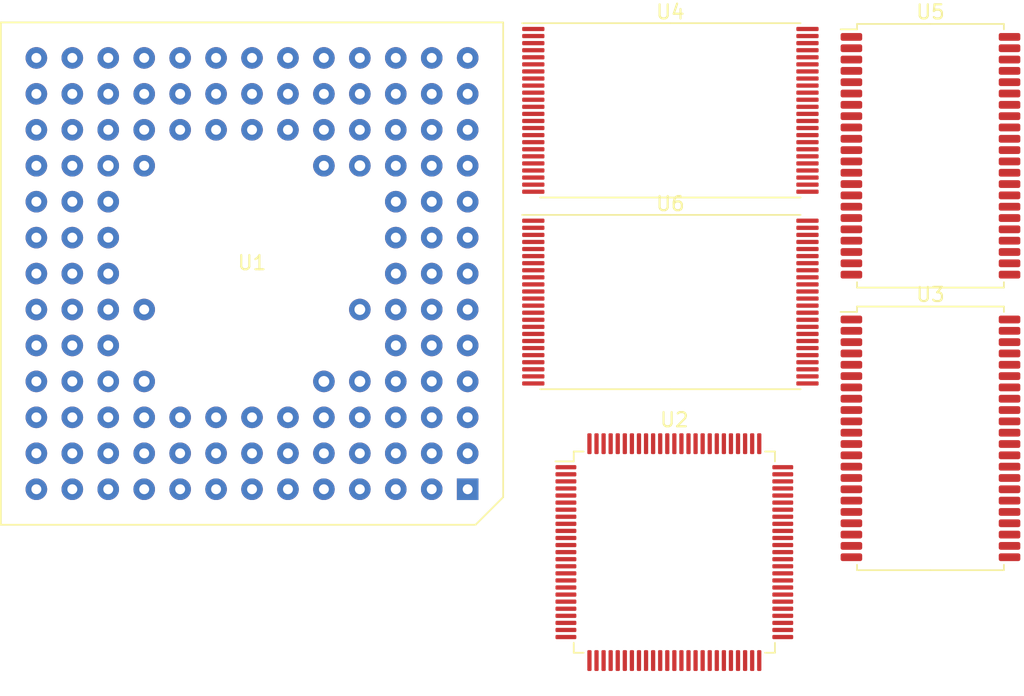
<source format=kicad_pcb>
(kicad_pcb (version 20211014) (generator pcbnew)
  (layers (0 "F.Cu" signal) (31 "B.Cu" signal) (34 "B.Paste" user) (35 "F.Paste" user) (36 "B.SilkS" user "B.Silkscreen") (37 "F.SilkS" user "F.Silkscreen") (38 "B.Mask" user) (39 "F.Mask" user) (44 "Edge.Cuts" user))
  (net 0 "")
  (footprint "Package_SO:TSOP-I-48_18.4x12mm_P0.5mm" (layer "F.Cu") (at 209.5875 64.9825)
    (fp_text reference "U4" (at 0 -6.95) (layer "F.SilkS"))
    (fp_text value "M29F400F")
    (fp_line (start 0 6.16) (end -9.2 6.16) (layer "F.SilkS") (width 0.12))
    (fp_line (start 0 6.16) (end 9.2 6.16) (layer "F.SilkS") (width 0.12))
    (fp_line (start 0 -6.16) (end 9.2 -6.16) (layer "F.SilkS") (width 0.12))
    (fp_line (start 0 -6.16) (end -10.475 -6.16) (layer "F.SilkS") (width 0.12))
    (pad "1" smd roundrect locked (at -9.6875 -5.75) (size 1.575 0.3) (layers "F.Cu" "F.Paste" "F.Mask"))
    (pad "2" smd roundrect locked (at -9.6875 -5.25) (size 1.575 0.3) (layers "F.Cu" "F.Paste" "F.Mask"))
    (pad "3" smd roundrect locked (at -9.6875 -4.75) (size 1.575 0.3) (layers "F.Cu" "F.Paste" "F.Mask"))
    (pad "4" smd roundrect locked (at -9.6875 -4.25) (size 1.575 0.3) (layers "F.Cu" "F.Paste" "F.Mask"))
    (pad "5" smd roundrect locked (at -9.6875 -3.75) (size 1.575 0.3) (layers "F.Cu" "F.Paste" "F.Mask"))
    (pad "6" smd roundrect locked (at -9.6875 -3.25) (size 1.575 0.3) (layers "F.Cu" "F.Paste" "F.Mask"))
    (pad "7" smd roundrect locked (at -9.6875 -2.75) (size 1.575 0.3) (layers "F.Cu" "F.Paste" "F.Mask"))
    (pad "8" smd roundrect locked (at -9.6875 -2.25) (size 1.575 0.3) (layers "F.Cu" "F.Paste" "F.Mask"))
    (pad "9" smd roundrect locked (at -9.6875 -1.75) (size 1.575 0.3) (layers "F.Cu" "F.Paste" "F.Mask"))
    (pad "10" smd roundrect locked (at -9.6875 -1.25) (size 1.575 0.3) (layers "F.Cu" "F.Paste" "F.Mask"))
    (pad "11" smd roundrect locked (at -9.6875 -0.75) (size 1.575 0.3) (layers "F.Cu" "F.Paste" "F.Mask"))
    (pad "12" smd roundrect locked (at -9.6875 -0.25) (size 1.575 0.3) (layers "F.Cu" "F.Paste" "F.Mask"))
    (pad "13" smd roundrect locked (at -9.6875 0.25) (size 1.575 0.3) (layers "F.Cu" "F.Paste" "F.Mask"))
    (pad "14" smd roundrect locked (at -9.6875 0.75) (size 1.575 0.3) (layers "F.Cu" "F.Paste" "F.Mask"))
    (pad "15" smd roundrect locked (at -9.6875 1.25) (size 1.575 0.3) (layers "F.Cu" "F.Paste" "F.Mask"))
    (pad "16" smd roundrect locked (at -9.6875 1.75) (size 1.575 0.3) (layers "F.Cu" "F.Paste" "F.Mask"))
    (pad "17" smd roundrect locked (at -9.6875 2.25) (size 1.575 0.3) (layers "F.Cu" "F.Paste" "F.Mask"))
    (pad "18" smd roundrect locked (at -9.6875 2.75) (size 1.575 0.3) (layers "F.Cu" "F.Paste" "F.Mask"))
    (pad "19" smd roundrect locked (at -9.6875 3.25) (size 1.575 0.3) (layers "F.Cu" "F.Paste" "F.Mask"))
    (pad "20" smd roundrect locked (at -9.6875 3.75) (size 1.575 0.3) (layers "F.Cu" "F.Paste" "F.Mask"))
    (pad "21" smd roundrect locked (at -9.6875 4.25) (size 1.575 0.3) (layers "F.Cu" "F.Paste" "F.Mask"))
    (pad "22" smd roundrect locked (at -9.6875 4.75) (size 1.575 0.3) (layers "F.Cu" "F.Paste" "F.Mask"))
    (pad "23" smd roundrect locked (at -9.6875 5.25) (size 1.575 0.3) (layers "F.Cu" "F.Paste" "F.Mask"))
    (pad "24" smd roundrect locked (at -9.6875 5.75) (size 1.575 0.3) (layers "F.Cu" "F.Paste" "F.Mask"))
    (pad "25" smd roundrect locked (at 9.6875 5.75) (size 1.575 0.3) (layers "F.Cu" "F.Paste" "F.Mask"))
    (pad "26" smd roundrect locked (at 9.6875 5.25) (size 1.575 0.3) (layers "F.Cu" "F.Paste" "F.Mask"))
    (pad "27" smd roundrect locked (at 9.6875 4.75) (size 1.575 0.3) (layers "F.Cu" "F.Paste" "F.Mask"))
    (pad "28" smd roundrect locked (at 9.6875 4.25) (size 1.575 0.3) (layers "F.Cu" "F.Paste" "F.Mask"))
    (pad "29" smd roundrect locked (at 9.6875 3.75) (size 1.575 0.3) (layers "F.Cu" "F.Paste" "F.Mask"))
    (pad "30" smd roundrect locked (at 9.6875 3.25) (size 1.575 0.3) (layers "F.Cu" "F.Paste" "F.Mask"))
    (pad "31" smd roundrect locked (at 9.6875 2.75) (size 1.575 0.3) (layers "F.Cu" "F.Paste" "F.Mask"))
    (pad "32" smd roundrect locked (at 9.6875 2.25) (size 1.575 0.3) (layers "F.Cu" "F.Paste" "F.Mask"))
    (pad "33" smd roundrect locked (at 9.6875 1.75) (size 1.575 0.3) (layers "F.Cu" "F.Paste" "F.Mask"))
    (pad "34" smd roundrect locked (at 9.6875 1.25) (size 1.575 0.3) (layers "F.Cu" "F.Paste" "F.Mask"))
    (pad "35" smd roundrect locked (at 9.6875 0.75) (size 1.575 0.3) (layers "F.Cu" "F.Paste" "F.Mask"))
    (pad "36" smd roundrect locked (at 9.6875 0.25) (size 1.575 0.3) (layers "F.Cu" "F.Paste" "F.Mask"))
    (pad "37" smd roundrect locked (at 9.6875 -0.25) (size 1.575 0.3) (layers "F.Cu" "F.Paste" "F.Mask"))
    (pad "38" smd roundrect locked (at 9.6875 -0.75) (size 1.575 0.3) (layers "F.Cu" "F.Paste" "F.Mask"))
    (pad "39" smd roundrect locked (at 9.6875 -1.25) (size 1.575 0.3) (layers "F.Cu" "F.Paste" "F.Mask"))
    (pad "40" smd roundrect locked (at 9.6875 -1.75) (size 1.575 0.3) (layers "F.Cu" "F.Paste" "F.Mask"))
    (pad "41" smd roundrect locked (at 9.6875 -2.25) (size 1.575 0.3) (layers "F.Cu" "F.Paste" "F.Mask"))
    (pad "42" smd roundrect locked (at 9.6875 -2.75) (size 1.575 0.3) (layers "F.Cu" "F.Paste" "F.Mask"))
    (pad "43" smd roundrect locked (at 9.6875 -3.25) (size 1.575 0.3) (layers "F.Cu" "F.Paste" "F.Mask"))
    (pad "44" smd roundrect locked (at 9.6875 -3.75) (size 1.575 0.3) (layers "F.Cu" "F.Paste" "F.Mask"))
    (pad "45" smd roundrect locked (at 9.6875 -4.25) (size 1.575 0.3) (layers "F.Cu" "F.Paste" "F.Mask"))
    (pad "46" smd roundrect locked (at 9.6875 -4.75) (size 1.575 0.3) (layers "F.Cu" "F.Paste" "F.Mask"))
    (pad "47" smd roundrect locked (at 9.6875 -5.25) (size 1.575 0.3) (layers "F.Cu" "F.Paste" "F.Mask"))
    (pad "48" smd roundrect locked (at 9.6875 -5.75) (size 1.575 0.3) (layers "F.Cu" "F.Paste" "F.Mask"))
  )
  (footprint "Package_SO:TSOP-II-44_10.16x18.41mm_P0.8mm" (layer "F.Cu") (at 227.9675 68.1925)
    (fp_text reference "U5" (at 0 -10.16) (layer "F.SilkS"))
    (fp_text value "IS61C25616AL")
    (fp_line (start 0 -9.315) (end -5.19 -9.315) (layer "F.SilkS") (width 0.12))
    (fp_line (start 0 -9.315) (end 5.19 -9.315) (layer "F.SilkS") (width 0.12))
    (fp_line (start 0 9.315) (end 5.19 9.315) (layer "F.SilkS") (width 0.12))
    (fp_line (start 5.19 9.315) (end 5.19 8.935) (layer "F.SilkS") (width 0.12))
    (fp_line (start -5.19 -8.935) (end -6.35 -8.935) (layer "F.SilkS") (width 0.12))
    (fp_line (start 0 9.315) (end -5.19 9.315) (layer "F.SilkS") (width 0.12))
    (fp_line (start 5.19 -9.315) (end 5.19 -8.935) (layer "F.SilkS") (width 0.12))
    (fp_line (start -5.19 9.315) (end -5.19 8.935) (layer "F.SilkS") (width 0.12))
    (fp_line (start -5.19 -9.315) (end -5.19 -8.935) (layer "F.SilkS") (width 0.12))
    (pad "1" smd roundrect (at -5.5875 -8.4) (size 1.525 0.55) (layers "F.Cu" "F.Paste" "F.Mask"))
    (pad "2" smd roundrect (at -5.5875 -7.6) (size 1.525 0.55) (layers "F.Cu" "F.Paste" "F.Mask"))
    (pad "3" smd roundrect (at -5.5875 -6.8) (size 1.525 0.55) (layers "F.Cu" "F.Paste" "F.Mask"))
    (pad "4" smd roundrect (at -5.5875 -6) (size 1.525 0.55) (layers "F.Cu" "F.Paste" "F.Mask"))
    (pad "5" smd roundrect (at -5.5875 -5.2) (size 1.525 0.55) (layers "F.Cu" "F.Paste" "F.Mask"))
    (pad "6" smd roundrect (at -5.5875 -4.4) (size 1.525 0.55) (layers "F.Cu" "F.Paste" "F.Mask"))
    (pad "7" smd roundrect (at -5.5875 -3.6) (size 1.525 0.55) (layers "F.Cu" "F.Paste" "F.Mask"))
    (pad "8" smd roundrect (at -5.5875 -2.8) (size 1.525 0.55) (layers "F.Cu" "F.Paste" "F.Mask"))
    (pad "9" smd roundrect (at -5.5875 -2) (size 1.525 0.55) (layers "F.Cu" "F.Paste" "F.Mask"))
    (pad "10" smd roundrect (at -5.5875 -1.2) (size 1.525 0.55) (layers "F.Cu" "F.Paste" "F.Mask"))
    (pad "11" smd roundrect (at -5.5875 -0.4) (size 1.525 0.55) (layers "F.Cu" "F.Paste" "F.Mask"))
    (pad "12" smd roundrect (at -5.5875 0.4) (size 1.525 0.55) (layers "F.Cu" "F.Paste" "F.Mask"))
    (pad "13" smd roundrect (at -5.5875 1.2) (size 1.525 0.55) (layers "F.Cu" "F.Paste" "F.Mask"))
    (pad "14" smd roundrect (at -5.5875 2) (size 1.525 0.55) (layers "F.Cu" "F.Paste" "F.Mask"))
    (pad "15" smd roundrect (at -5.5875 2.8) (size 1.525 0.55) (layers "F.Cu" "F.Paste" "F.Mask"))
    (pad "16" smd roundrect (at -5.5875 3.6) (size 1.525 0.55) (layers "F.Cu" "F.Paste" "F.Mask"))
    (pad "17" smd roundrect (at -5.5875 4.4) (size 1.525 0.55) (layers "F.Cu" "F.Paste" "F.Mask"))
    (pad "18" smd roundrect (at -5.5875 5.2) (size 1.525 0.55) (layers "F.Cu" "F.Paste" "F.Mask"))
    (pad "19" smd roundrect (at -5.5875 6) (size 1.525 0.55) (layers "F.Cu" "F.Paste" "F.Mask"))
    (pad "20" smd roundrect (at -5.5875 6.8) (size 1.525 0.55) (layers "F.Cu" "F.Paste" "F.Mask"))
    (pad "21" smd roundrect (at -5.5875 7.6) (size 1.525 0.55) (layers "F.Cu" "F.Paste" "F.Mask"))
    (pad "22" smd roundrect (at -5.5875 8.4) (size 1.525 0.55) (layers "F.Cu" "F.Paste" "F.Mask"))
    (pad "23" smd roundrect (at 5.5875 8.4) (size 1.525 0.55) (layers "F.Cu" "F.Paste" "F.Mask"))
    (pad "24" smd roundrect (at 5.5875 7.6) (size 1.525 0.55) (layers "F.Cu" "F.Paste" "F.Mask"))
    (pad "25" smd roundrect (at 5.5875 6.8) (size 1.525 0.55) (layers "F.Cu" "F.Paste" "F.Mask"))
    (pad "26" smd roundrect (at 5.5875 6) (size 1.525 0.55) (layers "F.Cu" "F.Paste" "F.Mask"))
    (pad "27" smd roundrect (at 5.5875 5.2) (size 1.525 0.55) (layers "F.Cu" "F.Paste" "F.Mask"))
    (pad "28" smd roundrect (at 5.5875 4.4) (size 1.525 0.55) (layers "F.Cu" "F.Paste" "F.Mask"))
    (pad "29" smd roundrect (at 5.5875 3.6) (size 1.525 0.55) (layers "F.Cu" "F.Paste" "F.Mask"))
    (pad "30" smd roundrect (at 5.5875 2.8) (size 1.525 0.55) (layers "F.Cu" "F.Paste" "F.Mask"))
    (pad "31" smd roundrect (at 5.5875 2) (size 1.525 0.55) (layers "F.Cu" "F.Paste" "F.Mask"))
    (pad "32" smd roundrect (at 5.5875 1.2) (size 1.525 0.55) (layers "F.Cu" "F.Paste" "F.Mask"))
    (pad "33" smd roundrect (at 5.5875 0.4) (size 1.525 0.55) (layers "F.Cu" "F.Paste" "F.Mask"))
    (pad "34" smd roundrect (at 5.5875 -0.4) (size 1.525 0.55) (layers "F.Cu" "F.Paste" "F.Mask"))
    (pad "35" smd roundrect (at 5.5875 -1.2) (size 1.525 0.55) (layers "F.Cu" "F.Paste" "F.Mask"))
    (pad "36" smd roundrect (at 5.5875 -2) (size 1.525 0.55) (layers "F.Cu" "F.Paste" "F.Mask"))
    (pad "37" smd roundrect (at 5.5875 -2.8) (size 1.525 0.55) (layers "F.Cu" "F.Paste" "F.Mask"))
    (pad "38" smd roundrect (at 5.5875 -3.6) (size 1.525 0.55) (layers "F.Cu" "F.Paste" "F.Mask"))
    (pad "39" smd roundrect (at 5.5875 -4.4) (size 1.525 0.55) (layers "F.Cu" "F.Paste" "F.Mask"))
    (pad "40" smd roundrect (at 5.5875 -5.2) (size 1.525 0.55) (layers "F.Cu" "F.Paste" "F.Mask"))
    (pad "41" smd roundrect (at 5.5875 -6) (size 1.525 0.55) (layers "F.Cu" "F.Paste" "F.Mask"))
    (pad "42" smd roundrect (at 5.5875 -6.8) (size 1.525 0.55) (layers "F.Cu" "F.Paste" "F.Mask"))
    (pad "43" smd roundrect (at 5.5875 -7.6) (size 1.525 0.55) (layers "F.Cu" "F.Paste" "F.Mask"))
    (pad "44" smd roundrect (at 5.5875 -8.4) (size 1.525 0.55) (layers "F.Cu" "F.Paste" "F.Mask"))
  )
  (footprint "Package_SO:TSOP-II-44_10.16x18.41mm_P0.8mm" (layer "F.Cu") (at 227.9675 88.1625)
    (fp_text reference "U3" (at 0 -10.16) (layer "F.SilkS"))
    (fp_text value "IS61C25616AL")
    (fp_line (start -5.19 9.315) (end -5.19 8.935) (layer "F.SilkS") (width 0.12))
    (fp_line (start 5.19 -9.315) (end 5.19 -8.935) (layer "F.SilkS") (width 0.12))
    (fp_line (start 0 -9.315) (end 5.19 -9.315) (layer "F.SilkS") (width 0.12))
    (fp_line (start 5.19 9.315) (end 5.19 8.935) (layer "F.SilkS") (width 0.12))
    (fp_line (start 0 9.315) (end -5.19 9.315) (layer "F.SilkS") (width 0.12))
    (fp_line (start -5.19 -8.935) (end -6.35 -8.935) (layer "F.SilkS") (width 0.12))
    (fp_line (start 0 9.315) (end 5.19 9.315) (layer "F.SilkS") (width 0.12))
    (fp_line (start 0 -9.315) (end -5.19 -9.315) (layer "F.SilkS") (width 0.12))
    (fp_line (start -5.19 -9.315) (end -5.19 -8.935) (layer "F.SilkS") (width 0.12))
    (pad "1" smd roundrect (at -5.5875 -8.4) (size 1.525 0.55) (layers "F.Cu" "F.Paste" "F.Mask"))
    (pad "2" smd roundrect (at -5.5875 -7.6) (size 1.525 0.55) (layers "F.Cu" "F.Paste" "F.Mask"))
    (pad "3" smd roundrect (at -5.5875 -6.8) (size 1.525 0.55) (layers "F.Cu" "F.Paste" "F.Mask"))
    (pad "4" smd roundrect (at -5.5875 -6) (size 1.525 0.55) (layers "F.Cu" "F.Paste" "F.Mask"))
    (pad "5" smd roundrect (at -5.5875 -5.2) (size 1.525 0.55) (layers "F.Cu" "F.Paste" "F.Mask"))
    (pad "6" smd roundrect (at -5.5875 -4.4) (size 1.525 0.55) (layers "F.Cu" "F.Paste" "F.Mask"))
    (pad "7" smd roundrect (at -5.5875 -3.6) (size 1.525 0.55) (layers "F.Cu" "F.Paste" "F.Mask"))
    (pad "8" smd roundrect (at -5.5875 -2.8) (size 1.525 0.55) (layers "F.Cu" "F.Paste" "F.Mask"))
    (pad "9" smd roundrect (at -5.5875 -2) (size 1.525 0.55) (layers "F.Cu" "F.Paste" "F.Mask"))
    (pad "10" smd roundrect (at -5.5875 -1.2) (size 1.525 0.55) (layers "F.Cu" "F.Paste" "F.Mask"))
    (pad "11" smd roundrect (at -5.5875 -0.4) (size 1.525 0.55) (layers "F.Cu" "F.Paste" "F.Mask"))
    (pad "12" smd roundrect (at -5.5875 0.4) (size 1.525 0.55) (layers "F.Cu" "F.Paste" "F.Mask"))
    (pad "13" smd roundrect (at -5.5875 1.2) (size 1.525 0.55) (layers "F.Cu" "F.Paste" "F.Mask"))
    (pad "14" smd roundrect (at -5.5875 2) (size 1.525 0.55) (layers "F.Cu" "F.Paste" "F.Mask"))
    (pad "15" smd roundrect (at -5.5875 2.8) (size 1.525 0.55) (layers "F.Cu" "F.Paste" "F.Mask"))
    (pad "16" smd roundrect (at -5.5875 3.6) (size 1.525 0.55) (layers "F.Cu" "F.Paste" "F.Mask"))
    (pad "17" smd roundrect (at -5.5875 4.4) (size 1.525 0.55) (layers "F.Cu" "F.Paste" "F.Mask"))
    (pad "18" smd roundrect (at -5.5875 5.2) (size 1.525 0.55) (layers "F.Cu" "F.Paste" "F.Mask"))
    (pad "19" smd roundrect (at -5.5875 6) (size 1.525 0.55) (layers "F.Cu" "F.Paste" "F.Mask"))
    (pad "20" smd roundrect (at -5.5875 6.8) (size 1.525 0.55) (layers "F.Cu" "F.Paste" "F.Mask"))
    (pad "21" smd roundrect (at -5.5875 7.6) (size 1.525 0.55) (layers "F.Cu" "F.Paste" "F.Mask"))
    (pad "22" smd roundrect (at -5.5875 8.4) (size 1.525 0.55) (layers "F.Cu" "F.Paste" "F.Mask"))
    (pad "23" smd roundrect (at 5.5875 8.4) (size 1.525 0.55) (layers "F.Cu" "F.Paste" "F.Mask"))
    (pad "24" smd roundrect (at 5.5875 7.6) (size 1.525 0.55) (layers "F.Cu" "F.Paste" "F.Mask"))
    (pad "25" smd roundrect (at 5.5875 6.8) (size 1.525 0.55) (layers "F.Cu" "F.Paste" "F.Mask"))
    (pad "26" smd roundrect (at 5.5875 6) (size 1.525 0.55) (layers "F.Cu" "F.Paste" "F.Mask"))
    (pad "27" smd roundrect (at 5.5875 5.2) (size 1.525 0.55) (layers "F.Cu" "F.Paste" "F.Mask"))
    (pad "28" smd roundrect (at 5.5875 4.4) (size 1.525 0.55) (layers "F.Cu" "F.Paste" "F.Mask"))
    (pad "29" smd roundrect (at 5.5875 3.6) (size 1.525 0.55) (layers "F.Cu" "F.Paste" "F.Mask"))
    (pad "30" smd roundrect (at 5.5875 2.8) (size 1.525 0.55) (layers "F.Cu" "F.Paste" "F.Mask"))
    (pad "31" smd roundrect (at 5.5875 2) (size 1.525 0.55) (layers "F.Cu" "F.Paste" "F.Mask"))
    (pad "32" smd roundrect (at 5.5875 1.2) (size 1.525 0.55) (layers "F.Cu" "F.Paste" "F.Mask"))
    (pad "33" smd roundrect (at 5.5875 0.4) (size 1.525 0.55) (layers "F.Cu" "F.Paste" "F.Mask"))
    (pad "34" smd roundrect (at 5.5875 -0.4) (size 1.525 0.55) (layers "F.Cu" "F.Paste" "F.Mask"))
    (pad "35" smd roundrect (at 5.5875 -1.2) (size 1.525 0.55) (layers "F.Cu" "F.Paste" "F.Mask"))
    (pad "36" smd roundrect (at 5.5875 -2) (size 1.525 0.55) (layers "F.Cu" "F.Paste" "F.Mask"))
    (pad "37" smd roundrect (at 5.5875 -2.8) (size 1.525 0.55) (layers "F.Cu" "F.Paste" "F.Mask"))
    (pad "38" smd roundrect (at 5.5875 -3.6) (size 1.525 0.55) (layers "F.Cu" "F.Paste" "F.Mask"))
    (pad "39" smd roundrect (at 5.5875 -4.4) (size 1.525 0.55) (layers "F.Cu" "F.Paste" "F.Mask"))
    (pad "40" smd roundrect (at 5.5875 -5.2) (size 1.525 0.55) (layers "F.Cu" "F.Paste" "F.Mask"))
    (pad "41" smd roundrect (at 5.5875 -6) (size 1.525 0.55) (layers "F.Cu" "F.Paste" "F.Mask"))
    (pad "42" smd roundrect (at 5.5875 -6.8) (size 1.525 0.55) (layers "F.Cu" "F.Paste" "F.Mask"))
    (pad "43" smd roundrect (at 5.5875 -7.6) (size 1.525 0.55) (layers "F.Cu" "F.Paste" "F.Mask"))
    (pad "44" smd roundrect (at 5.5875 -8.4) (size 1.525 0.55) (layers "F.Cu" "F.Paste" "F.Mask"))
  )
  (footprint "Ddraig:MC68030RC" (layer "F.Cu") (at 180.0225 76.5175)
    (fp_text reference "U1" (at 0 -0.762) (layer "F.SilkS"))
    (fp_text value "MC68030")
    (fp_line (start -17.75 17.75) (end -17.75 -17.75) (layer "F.SilkS") (width 0.12))
    (fp_line (start 17.75 -17.75) (end 17.75 15.8) (layer "F.SilkS") (width 0.12))
    (fp_line (start 15.8 17.75) (end -17.75 17.75) (layer "F.SilkS") (width 0.12))
    (fp_line (start 17.75 15.8) (end 15.8 17.75) (layer "F.SilkS") (width 0.12))
    (fp_line (start -17.75 -17.75) (end 17.75 -17.75) (layer "F.SilkS") (width 0.12))
    (pad "A1" thru_hole rect locked (at 15.24 15.24) (size 1.524 1.524) (drill 0.7) (layers *.Cu *.Mask))
    (pad "A2" thru_hole circle locked (at 12.7 15.24) (size 1.524 1.524) (drill 0.7) (layers *.Cu *.Mask))
    (pad "A3" thru_hole circle locked (at 10.16 15.24) (size 1.524 1.524) (drill 0.7) (layers *.Cu *.Mask))
    (pad "A4" thru_hole circle locked (at 7.62 15.24) (size 1.524 1.524) (drill 0.7) (layers *.Cu *.Mask))
    (pad "A5" thru_hole circle locked (at 5.08 15.24) (size 1.524 1.524) (drill 0.7) (layers *.Cu *.Mask))
    (pad "A6" thru_hole circle locked (at 2.54 15.24) (size 1.524 1.524) (drill 0.7) (layers *.Cu *.Mask))
    (pad "A7" thru_hole circle locked (at 0 15.24) (size 1.524 1.524) (drill 0.7) (layers *.Cu *.Mask))
    (pad "A8" thru_hole circle locked (at -2.54 15.24) (size 1.524 1.524) (drill 0.7) (layers *.Cu *.Mask))
    (pad "A9" thru_hole circle locked (at -5.08 15.24) (size 1.524 1.524) (drill 0.7) (layers *.Cu *.Mask))
    (pad "A10" thru_hole circle locked (at -7.62 15.24) (size 1.524 1.524) (drill 0.7) (layers *.Cu *.Mask))
    (pad "A11" thru_hole circle locked (at -10.16 15.24) (size 1.524 1.524) (drill 0.7) (layers *.Cu *.Mask))
    (pad "A12" thru_hole circle locked (at -12.7 15.24) (size 1.524 1.524) (drill 0.7) (layers *.Cu *.Mask))
    (pad "A13" thru_hole circle locked (at -15.24 15.24) (size 1.524 1.524) (drill 0.7) (layers *.Cu *.Mask))
    (pad "B1" thru_hole circle locked (at 15.24 12.7) (size 1.524 1.524) (drill 0.7) (layers *.Cu *.Mask))
    (pad "B2" thru_hole circle locked (at 12.7 12.7) (size 1.524 1.524) (drill 0.7) (layers *.Cu *.Mask))
    (pad "B3" thru_hole circle locked (at 10.16 12.7) (size 1.524 1.524) (drill 0.7) (layers *.Cu *.Mask))
    (pad "B4" thru_hole circle locked (at 7.62 12.7) (size 1.524 1.524) (drill 0.7) (layers *.Cu *.Mask))
    (pad "B5" thru_hole circle locked (at 5.08 12.7) (size 1.524 1.524) (drill 0.7) (layers *.Cu *.Mask))
    (pad "B6" thru_hole circle locked (at 2.54 12.7) (size 1.524 1.524) (drill 0.7) (layers *.Cu *.Mask))
    (pad "B7" thru_hole circle locked (at 0 12.7) (size 1.524 1.524) (drill 0.7) (layers *.Cu *.Mask))
    (pad "B8" thru_hole circle locked (at -2.54 12.7) (size 1.524 1.524) (drill 0.7) (layers *.Cu *.Mask))
    (pad "B9" thru_hole circle locked (at -5.08 12.7) (size 1.524 1.524) (drill 0.7) (layers *.Cu *.Mask))
    (pad "B10" thru_hole circle locked (at -7.62 12.7) (size 1.524 1.524) (drill 0.7) (layers *.Cu *.Mask))
    (pad "B11" thru_hole circle locked (at -10.16 12.7) (size 1.524 1.524) (drill 0.7) (layers *.Cu *.Mask))
    (pad "B12" thru_hole circle locked (at -12.7 12.7) (size 1.524 1.524) (drill 0.7) (layers *.Cu *.Mask))
    (pad "B13" thru_hole circle locked (at -15.24 12.7) (size 1.524 1.524) (drill 0.7) (layers *.Cu *.Mask))
    (pad "C1" thru_hole circle locked (at 15.24 10.16) (size 1.524 1.524) (drill 0.7) (layers *.Cu *.Mask))
    (pad "C2" thru_hole circle locked (at 12.7 10.16) (size 1.524 1.524) (drill 0.7) (layers *.Cu *.Mask))
    (pad "C3" thru_hole circle locked (at 10.16 10.16) (size 1.524 1.524) (drill 0.7) (layers *.Cu *.Mask))
    (pad "C4" thru_hole circle locked (at 7.62 10.16) (size 1.524 1.524) (drill 0.7) (layers *.Cu *.Mask))
    (pad "C5" thru_hole circle locked (at 5.08 10.16) (size 1.524 1.524) (drill 0.7) (layers *.Cu *.Mask))
    (pad "C6" thru_hole circle locked (at 2.54 10.16) (size 1.524 1.524) (drill 0.7) (layers *.Cu *.Mask))
    (pad "C7" thru_hole circle locked (at 0 10.16) (size 1.524 1.524) (drill 0.7) (layers *.Cu *.Mask))
    (pad "C8" thru_hole circle locked (at -2.54 10.16) (size 1.524 1.524) (drill 0.7) (layers *.Cu *.Mask))
    (pad "C9" thru_hole circle locked (at -5.08 10.16) (size 1.524 1.524) (drill 0.7) (layers *.Cu *.Mask))
    (pad "C10" thru_hole circle locked (at -7.62 10.16) (size 1.524 1.524) (drill 0.7) (layers *.Cu *.Mask))
    (pad "C11" thru_hole circle locked (at -10.16 10.16) (size 1.524 1.524) (drill 0.7) (layers *.Cu *.Mask))
    (pad "C12" thru_hole circle locked (at -12.7 10.16) (size 1.524 1.524) (drill 0.7) (layers *.Cu *.Mask))
    (pad "C13" thru_hole circle locked (at -15.24 10.16) (size 1.524 1.524) (drill 0.7) (layers *.Cu *.Mask))
    (pad "D1" thru_hole circle locked (at 15.24 7.62) (size 1.524 1.524) (drill 0.7) (layers *.Cu *.Mask))
    (pad "D2" thru_hole circle locked (at 12.7 7.62) (size 1.524 1.524) (drill 0.7) (layers *.Cu *.Mask))
    (pad "D3" thru_hole circle locked (at 10.16 7.62) (size 1.524 1.524) (drill 0.7) (layers *.Cu *.Mask))
    (pad "D4" thru_hole circle locked (at 7.62 7.62) (size 1.524 1.524) (drill 0.762) (layers *.Cu *.Mask))
    (pad "D5" thru_hole circle locked (at 5.08 7.62) (size 1.524 1.524) (drill 0.762) (layers *.Cu *.Mask))
    (pad "D10" thru_hole circle locked (at -7.62 7.62) (size 1.524 1.524) (drill 0.762) (layers *.Cu *.Mask))
    (pad "D11" thru_hole circle locked (at -10.16 7.62) (size 1.524 1.524) (drill 0.762) (layers *.Cu *.Mask))
    (pad "D12" thru_hole circle locked (at -12.7 7.62) (size 1.524 1.524) (drill 0.7) (layers *.Cu *.Mask))
    (pad "D13" thru_hole circle locked (at -15.24 7.62) (size 1.524 1.524) (drill 0.7) (layers *.Cu *.Mask))
    (pad "E1" thru_hole circle locked (at 15.24 5.08) (size 1.524 1.524) (drill 0.7) (layers *.Cu *.Mask))
    (pad "E2" thru_hole circle locked (at 12.7 5.08) (size 1.524 1.524) (drill 0.7) (layers *.Cu *.Mask))
    (pad "E3" thru_hole circle locked (at 10.16 5.08) (size 1.524 1.524) (drill 0.7) (layers *.Cu *.Mask))
    (pad "E11" thru_hole circle locked (at -10.16 5.08) (size 1.524 1.524) (drill 0.7) (layers *.Cu *.Mask))
    (pad "E12" thru_hole circle locked (at -12.7 5.08) (size 1.524 1.524) (drill 0.7) (layers *.Cu *.Mask))
    (pad "E13" thru_hole circle locked (at -15.24 5.08) (size 1.524 1.524) (drill 0.7) (layers *.Cu *.Mask))
    (pad "F1" thru_hole circle locked (at 15.24 2.54) (size 1.524 1.524) (drill 0.7) (layers *.Cu *.Mask))
    (pad "F2" thru_hole circle locked (at 12.7 2.54) (size 1.524 1.524) (drill 0.7) (layers *.Cu *.Mask))
    (pad "F3" thru_hole circle locked (at 10.16 2.54) (size 1.524 1.524) (drill 0.7) (layers *.Cu *.Mask))
    (pad "F4" thru_hole circle locked (at 7.62 2.54) (size 1.524 1.524) (drill 0.762) (layers *.Cu *.Mask))
    (pad "F10" thru_hole circle locked (at -7.62 2.54) (size 1.524 1.524) (drill 0.7) (layers *.Cu *.Mask))
    (pad "F11" thru_hole circle locked (at -10.16 2.54) (size 1.524 1.524) (drill 0.7) (layers *.Cu *.Mask))
    (pad "F12" thru_hole circle locked (at -12.7 2.54) (size 1.524 1.524) (drill 0.7) (layers *.Cu *.Mask))
    (pad "F13" thru_hole circle locked (at -15.24 2.54) (size 1.524 1.524) (drill 0.7) (layers *.Cu *.Mask))
    (pad "G1" thru_hole circle locked (at 15.24 0) (size 1.524 1.524) (drill 0.7) (layers *.Cu *.Mask))
    (pad "G2" thru_hole circle locked (at 12.7 0) (size 1.524 1.524) (drill 0.7) (layers *.Cu *.Mask))
    (pad "G3" thru_hole circle locked (at 10.16 0) (size 1.524 1.524) (drill 0.7) (layers *.Cu *.Mask))
    (pad "G11" thru_hole circle locked (at -10.16 0) (size 1.524 1.524) (drill 0.7) (layers *.Cu *.Mask))
    (pad "G12" thru_hole circle locked (at -12.7 0) (size 1.524 1.524) (drill 0.7) (layers *.Cu *.Mask))
    (pad "G13" thru_hole circle locked (at -15.24 0) (size 1.524 1.524) (drill 0.7) (layers *.Cu *.Mask))
    (pad "H1" thru_hole circle locked (at 15.24 -2.54) (size 1.524 1.524) (drill 0.7) (layers *.Cu *.Mask))
    (pad "H2" thru_hole circle locked (at 12.7 -2.54) (size 1.524 1.524) (drill 0.7) (layers *.Cu *.Mask))
    (pad "H3" thru_hole circle locked (at 10.16 -2.54) (size 1.524 1.524) (drill 0.7) (layers *.Cu *.Mask))
    (pad "H11" thru_hole circle locked (at -10.16 -2.54) (size 1.524 1.524) (drill 0.7) (layers *.Cu *.Mask))
    (pad "H12" thru_hole circle locked (at -12.7 -2.54) (size 1.524 1.524) (drill 0.7) (layers *.Cu *.Mask))
    (pad "H13" thru_hole circle locked (at -15.24 -2.54) (size 1.524 1.524) (drill 0.7) (layers *.Cu *.Mask))
    (pad "J1" thru_hole circle locked (at 15.24 -5.08) (size 1.524 1.524) (drill 0.7) (layers *.Cu *.Mask))
    (pad "J2" thru_hole circle locked (at 12.7 -5.08) (size 1.524 1.524) (drill 0.7) (layers *.Cu *.Mask))
    (pad "J3" thru_hole circle locked (at 10.16 -5.08) (size 1.524 1.524) (drill 0.7) (layers *.Cu *.Mask))
    (pad "J11" thru_hole circle locked (at -10.16 -5.08) (size 1.524 1.524) (drill 0.7) (layers *.Cu *.Mask))
    (pad "J12" thru_hole circle locked (at -12.7 -5.08) (size 1.524 1.524) (drill 0.7) (layers *.Cu *.Mask))
    (pad "J13" thru_hole circle locked (at -15.24 -5.08) (size 1.524 1.524) (drill 0.7) (layers *.Cu *.Mask))
    (pad "K1" thru_hole circle locked (at 15.24 -7.62) (size 1.524 1.524) (drill 0.7) (layers *.Cu *.Mask))
    (pad "K2" thru_hole circle locked (at 12.7 -7.62) (size 1.524 1.524) (drill 0.7) (layers *.Cu *.Mask))
    (pad "K3" thru_hole circle locked (at 10.16 -7.62) (size 1.524 1.524) (drill 0.7) (layers *.Cu *.Mask))
    (pad "K4" thru_hole circle locked (at 7.62 -7.62) (size 1.524 1.524) (drill 0.762) (layers *.Cu *.Mask))
    (pad "K5" thru_hole circle locked (at 5.08 -7.62) (size 1.524 1.524) (drill 0.7) (layers *.Cu *.Mask))
    (pad "K10" thru_hole circle locked (at -7.62 -7.62) (size 1.524 1.524) (drill 0.7) (layers *.Cu *.Mask))
    (pad "K11" thru_hole circle locked (at -10.16 -7.62) (size 1.524 1.524) (drill 0.762) (layers *.Cu *.Mask))
    (pad "K12" thru_hole circle locked (at -12.7 -7.62) (size 1.524 1.524) (drill 0.7) (layers *.Cu *.Mask))
    (pad "K13" thru_hole circle locked (at -15.24 -7.62) (size 1.524 1.524) (drill 0.7) (layers *.Cu *.Mask))
    (pad "L1" thru_hole circle locked (at 15.24 -10.16) (size 1.524 1.524) (drill 0.7) (layers *.Cu *.Mask))
    (pad "L2" thru_hole circle locked (at 12.7 -10.16) (size 1.524 1.524) (drill 0.7) (layers *.Cu *.Mask))
    (pad "L3" thru_hole circle locked (at 10.16 -10.16) (size 1.524 1.524) (drill 0.7) (layers *.Cu *.Mask))
    (pad "L4" thru_hole circle locked (at 7.62 -10.16) (size 1.524 1.524) (drill 0.7) (layers *.Cu *.Mask))
    (pad "L5" thru_hole circle locked (at 5.08 -10.16) (size 1.524 1.524) (drill 0.7) (layers *.Cu *.Mask))
    (pad "L6" thru_hole circle locked (at 2.54 -10.16) (size 1.524 1.524) (drill 0.7) (layers *.Cu *.Mask))
    (pad "L7" thru_hole circle locked (at 0 -10.16) (size 1.524 1.524) (drill 0.7) (layers *.Cu *.Mask))
    (pad "L8" thru_hole circle locked (at -2.54 -10.16) (size 1.524 1.524) (drill 0.7) (layers *.Cu *.Mask))
    (pad "L9" thru_hole circle locked (at -5.08 -10.16) (size 1.524 1.524) (drill 0.7) (layers *.Cu *.Mask))
    (pad "L10" thru_hole circle locked (at -7.62 -10.16) (size 1.524 1.524) (drill 0.7) (layers *.Cu *.Mask))
    (pad "L11" thru_hole circle locked (at -10.16 -10.16) (size 1.524 1.524) (drill 0.7) (layers *.Cu *.Mask))
    (pad "L12" thru_hole circle locked (at -12.7 -10.16) (size 1.524 1.524) (drill 0.7) (layers *.Cu *.Mask))
    (pad "L13" thru_hole circle locked (at -15.24 -10.16) (size 1.524 1.524) (drill 0.7) (layers *.Cu *.Mask))
    (pad "M1" thru_hole circle locked (at 15.24 -12.7) (size 1.524 1.524) (drill 0.7) (layers *.Cu *.Mask))
    (pad "M2" thru_hole circle locked (at 12.7 -12.7) (size 1.524 1.524) (drill 0.7) (layers *.Cu *.Mask))
    (pad "M3" thru_hole circle locked (at 10.16 -12.7) (size 1.524 1.524) (drill 0.7) (layers *.Cu *.Mask))
    (pad "M4" thru_hole circle locked (at 7.62 -12.7) (size 1.524 1.524) (drill 0.7) (layers *.Cu *.Mask))
    (pad "M5" thru_hole circle locked (at 5.08 -12.7) (size 1.524 1.524) (drill 0.7) (layers *.Cu *.Mask))
    (pad "M6" thru_hole circle locked (at 2.54 -12.7) (size 1.524 1.524) (drill 0.7) (layers *.Cu *.Mask))
    (pad "M7" thru_hole circle locked (at 0 -12.7) (size 1.524 1.524) (drill 0.7) (layers *.Cu *.Mask))
    (pad "M8" thru_hole circle locked (at -2.54 -12.7) (size 1.524 1.524) (drill 0.7) (layers *.Cu *.Mask))
    (pad "M9" thru_hole circle locked (at -5.08 -12.7) (size 1.524 1.524) (drill 0.7) (layers *.Cu *.Mask))
    (pad "M10" thru_hole circle locked (at -7.62 -12.7) (size 1.524 1.524) (drill 0.7) (layers *.Cu *.Mask))
    (pad "M11" thru_hole circle locked (at -10.16 -12.7) (size 1.524 1.524) (drill 0.7) (layers *.Cu *.Mask))
    (pad "M12" thru_hole circle locked (at -12.7 -12.7) (size 1.524 1.524) (drill 0.7) (layers *.Cu *.Mask))
    (pad "M13" thru_hole circle locked (at -15.24 -12.7) (size 1.524 1.524) (drill 0.7) (layers *.Cu *.Mask))
    (pad "N1" thru_hole circle locked (at 15.24 -15.24) (size 1.524 1.524) (drill 0.7) (layers *.Cu *.Mask))
    (pad "N2" thru_hole circle locked (at 12.7 -15.24) (size 1.524 1.524) (drill 0.7) (layers *.Cu *.Mask))
    (pad "N3" thru_hole circle locked (at 10.16 -15.24) (size 1.524 1.524) (drill 0.7) (layers *.Cu *.Mask))
    (pad "N4" thru_hole circle locked (at 7.62 -15.24) (size 1.524 1.524) (drill 0.7) (layers *.Cu *.Mask))
    (pad "N5" thru_hole circle locked (at 5.08 -15.24) (size 1.524 1.524) (drill 0.7) (layers *.Cu *.Mask))
    (pad "N6" thru_hole circle locked (at 2.54 -15.24) (size 1.524 1.524) (drill 0.7) (layers *.Cu *.Mask))
    (pad "N7" thru_hole circle locked (at 0 -15.24) (size 1.524 1.524) (drill 0.7) (layers *.Cu *.Mask))
    (pad "N8" thru_hole circle locked (at -2.54 -15.24) (size 1.524 1.524) (drill 0.7) (layers *.Cu *.Mask))
    (pad "N9" thru_hole circle locked (at -5.08 -15.24) (size 1.524 1.524) (drill 0.7) (layers *.Cu *.Mask))
    (pad "N10" thru_hole circle locked (at -7.62 -15.24) (size 1.524 1.524) (drill 0.7) (layers *.Cu *.Mask))
    (pad "N11" thru_hole circle locked (at -10.16 -15.24) (size 1.524 1.524) (drill 0.7) (layers *.Cu *.Mask))
    (pad "N12" thru_hole circle locked (at -12.7 -15.24) (size 1.524 1.524) (drill 0.7) (layers *.Cu *.Mask))
    (pad "N13" thru_hole circle locked (at -15.24 -15.24) (size 1.524 1.524) (drill 0.7) (layers *.Cu *.Mask))
  )
  (footprint "Package_QFP:TQFP-100_14x14mm_P0.5mm" (layer "F.Cu") (at 209.8675 96.2025)
    (fp_text reference "U2" (at 0 -9.35) (layer "F.SilkS"))
    (fp_text value "XC95108TQ100")
    (fp_line (start 6.41 -7.11) (end 7.11 -7.11) (layer "F.SilkS") (width 0.12))
    (fp_line (start 7.11 -7.11) (end 7.11 -6.41) (layer "F.SilkS") (width 0.12))
    (fp_line (start 6.41 7.11) (end 7.11 7.11) (layer "F.SilkS") (width 0.12))
    (fp_line (start -6.41 7.11) (end -7.11 7.11) (layer "F.SilkS") (width 0.12))
    (fp_line (start 7.11 7.11) (end 7.11 6.41) (layer "F.SilkS") (width 0.12))
    (fp_line (start -7.11 7.11) (end -7.11 6.41) (layer "F.SilkS") (width 0.12))
    (fp_line (start -6.41 -7.11) (end -7.11 -7.11) (layer "F.SilkS") (width 0.12))
    (fp_line (start -7.11 -6.41) (end -8.4 -6.41) (layer "F.SilkS") (width 0.12))
    (fp_line (start -7.11 -7.11) (end -7.11 -6.41) (layer "F.SilkS") (width 0.12))
    (pad "1" smd roundrect (at -7.6625 -6) (size 1.475 0.3) (layers "F.Cu" "F.Paste" "F.Mask"))
    (pad "2" smd roundrect (at -7.6625 -5.5) (size 1.475 0.3) (layers "F.Cu" "F.Paste" "F.Mask"))
    (pad "3" smd roundrect (at -7.6625 -5) (size 1.475 0.3) (layers "F.Cu" "F.Paste" "F.Mask"))
    (pad "4" smd roundrect (at -7.6625 -4.5) (size 1.475 0.3) (layers "F.Cu" "F.Paste" "F.Mask"))
    (pad "5" smd roundrect (at -7.6625 -4) (size 1.475 0.3) (layers "F.Cu" "F.Paste" "F.Mask"))
    (pad "6" smd roundrect (at -7.6625 -3.5) (size 1.475 0.3) (layers "F.Cu" "F.Paste" "F.Mask"))
    (pad "7" smd roundrect (at -7.6625 -3) (size 1.475 0.3) (layers "F.Cu" "F.Paste" "F.Mask"))
    (pad "8" smd roundrect (at -7.6625 -2.5) (size 1.475 0.3) (layers "F.Cu" "F.Paste" "F.Mask"))
    (pad "9" smd roundrect (at -7.6625 -2) (size 1.475 0.3) (layers "F.Cu" "F.Paste" "F.Mask"))
    (pad "10" smd roundrect (at -7.6625 -1.5) (size 1.475 0.3) (layers "F.Cu" "F.Paste" "F.Mask"))
    (pad "11" smd roundrect (at -7.6625 -1) (size 1.475 0.3) (layers "F.Cu" "F.Paste" "F.Mask"))
    (pad "12" smd roundrect (at -7.6625 -0.5) (size 1.475 0.3) (layers "F.Cu" "F.Paste" "F.Mask"))
    (pad "13" smd roundrect (at -7.6625 0) (size 1.475 0.3) (layers "F.Cu" "F.Paste" "F.Mask"))
    (pad "14" smd roundrect (at -7.6625 0.5) (size 1.475 0.3) (layers "F.Cu" "F.Paste" "F.Mask"))
    (pad "15" smd roundrect (at -7.6625 1) (size 1.475 0.3) (layers "F.Cu" "F.Paste" "F.Mask"))
    (pad "16" smd roundrect (at -7.6625 1.5) (size 1.475 0.3) (layers "F.Cu" "F.Paste" "F.Mask"))
    (pad "17" smd roundrect (at -7.6625 2) (size 1.475 0.3) (layers "F.Cu" "F.Paste" "F.Mask"))
    (pad "18" smd roundrect (at -7.6625 2.5) (size 1.475 0.3) (layers "F.Cu" "F.Paste" "F.Mask"))
    (pad "19" smd roundrect (at -7.6625 3) (size 1.475 0.3) (layers "F.Cu" "F.Paste" "F.Mask"))
    (pad "20" smd roundrect (at -7.6625 3.5) (size 1.475 0.3) (layers "F.Cu" "F.Paste" "F.Mask"))
    (pad "21" smd roundrect (at -7.6625 4) (size 1.475 0.3) (layers "F.Cu" "F.Paste" "F.Mask"))
    (pad "22" smd roundrect (at -7.6625 4.5) (size 1.475 0.3) (layers "F.Cu" "F.Paste" "F.Mask"))
    (pad "23" smd roundrect (at -7.6625 5) (size 1.475 0.3) (layers "F.Cu" "F.Paste" "F.Mask"))
    (pad "24" smd roundrect (at -7.6625 5.5) (size 1.475 0.3) (layers "F.Cu" "F.Paste" "F.Mask"))
    (pad "25" smd roundrect (at -7.6625 6) (size 1.475 0.3) (layers "F.Cu" "F.Paste" "F.Mask"))
    (pad "26" smd roundrect (at -6 7.6625) (size 0.3 1.475) (layers "F.Cu" "F.Paste" "F.Mask"))
    (pad "27" smd roundrect (at -5.5 7.6625) (size 0.3 1.475) (layers "F.Cu" "F.Paste" "F.Mask"))
    (pad "28" smd roundrect (at -5 7.6625) (size 0.3 1.475) (layers "F.Cu" "F.Paste" "F.Mask"))
    (pad "29" smd roundrect (at -4.5 7.6625) (size 0.3 1.475) (layers "F.Cu" "F.Paste" "F.Mask"))
    (pad "30" smd roundrect (at -4 7.6625) (size 0.3 1.475) (layers "F.Cu" "F.Paste" "F.Mask"))
    (pad "31" smd roundrect (at -3.5 7.6625) (size 0.3 1.475) (layers "F.Cu" "F.Paste" "F.Mask"))
    (pad "32" smd roundrect (at -3 7.6625) (size 0.3 1.475) (layers "F.Cu" "F.Paste" "F.Mask"))
    (pad "33" smd roundrect (at -2.5 7.6625) (size 0.3 1.475) (layers "F.Cu" "F.Paste" "F.Mask"))
    (pad "34" smd roundrect (at -2 7.6625) (size 0.3 1.475) (layers "F.Cu" "F.Paste" "F.Mask"))
    (pad "35" smd roundrect (at -1.5 7.6625) (size 0.3 1.475) (layers "F.Cu" "F.Paste" "F.Mask"))
    (pad "36" smd roundrect (at -1 7.6625) (size 0.3 1.475) (layers "F.Cu" "F.Paste" "F.Mask"))
    (pad "37" smd roundrect (at -0.5 7.6625) (size 0.3 1.475) (layers "F.Cu" "F.Paste" "F.Mask"))
    (pad "38" smd roundrect (at 0 7.6625) (size 0.3 1.475) (layers "F.Cu" "F.Paste" "F.Mask"))
    (pad "39" smd roundrect (at 0.5 7.6625) (size 0.3 1.475) (layers "F.Cu" "F.Paste" "F.Mask"))
    (pad "40" smd roundrect (at 1 7.6625) (size 0.3 1.475) (layers "F.Cu" "F.Paste" "F.Mask"))
    (pad "41" smd roundrect (at 1.5 7.6625) (size 0.3 1.475) (layers "F.Cu" "F.Paste" "F.Mask"))
    (pad "42" smd roundrect (at 2 7.6625) (size 0.3 1.475) (layers "F.Cu" "F.Paste" "F.Mask"))
    (pad "43" smd roundrect (at 2.5 7.6625) (size 0.3 1.475) (layers "F.Cu" "F.Paste" "F.Mask"))
    (pad "44" smd roundrect (at 3 7.6625) (size 0.3 1.475) (layers "F.Cu" "F.Paste" "F.Mask"))
    (pad "45" smd roundrect (at 3.5 7.6625) (size 0.3 1.475) (layers "F.Cu" "F.Paste" "F.Mask"))
    (pad "46" smd roundrect (at 4 7.6625) (size 0.3 1.475) (layers "F.Cu" "F.Paste" "F.Mask"))
    (pad "47" smd roundrect (at 4.5 7.6625) (size 0.3 1.475) (layers "F.Cu" "F.Paste" "F.Mask"))
    (pad "48" smd roundrect (at 5 7.6625) (size 0.3 1.475) (layers "F.Cu" "F.Paste" "F.Mask"))
    (pad "49" smd roundrect (at 5.5 7.6625) (size 0.3 1.475) (layers "F.Cu" "F.Paste" "F.Mask"))
    (pad "50" smd roundrect (at 6 7.6625) (size 0.3 1.475) (layers "F.Cu" "F.Paste" "F.Mask"))
    (pad "51" smd roundrect (at 7.6625 6) (size 1.475 0.3) (layers "F.Cu" "F.Paste" "F.Mask"))
    (pad "52" smd roundrect (at 7.6625 5.5) (size 1.475 0.3) (layers "F.Cu" "F.Paste" "F.Mask"))
    (pad "53" smd roundrect (at 7.6625 5) (size 1.475 0.3) (layers "F.Cu" "F.Paste" "F.Mask"))
    (pad "54" smd roundrect (at 7.6625 4.5) (size 1.475 0.3) (layers "F.Cu" "F.Paste" "F.Mask"))
    (pad "55" smd roundrect (at 7.6625 4) (size 1.475 0.3) (layers "F.Cu" "F.Paste" "F.Mask"))
    (pad "56" smd roundrect (at 7.6625 3.5) (size 1.475 0.3) (layers "F.Cu" "F.Paste" "F.Mask"))
    (pad "57" smd roundrect (at 7.6625 3) (size 1.475 0.3) (layers "F.Cu" "F.Paste" "F.Mask"))
    (pad "58" smd roundrect (at 7.6625 2.5) (size 1.475 0.3) (layers "F.Cu" "F.Paste" "F.Mask"))
    (pad "59" smd roundrect (at 7.6625 2) (size 1.475 0.3) (layers "F.Cu" "F.Paste" "F.Mask"))
    (pad "60" smd roundrect (at 7.6625 1.5) (size 1.475 0.3) (layers "F.Cu" "F.Paste" "F.Mask"))
    (pad "61" smd roundrect (at 7.6625 1) (size 1.475 0.3) (layers "F.Cu" "F.Paste" "F.Mask"))
    (pad "62" smd roundrect (at 7.6625 0.5) (size 1.475 0.3) (layers "F.Cu" "F.Paste" "F.Mask"))
    (pad "63" smd roundrect (at 7.6625 0) (size 1.475 0.3) (layers "F.Cu" "F.Paste" "F.Mask"))
    (pad "64" smd roundrect (at 7.6625 -0.5) (size 1.475 0.3) (layers "F.Cu" "F.Paste" "F.Mask"))
    (pad "65" smd roundrect (at 7.6625 -1) (size 1.475 0.3) (layers "F.Cu" "F.Paste" "F.Mask"))
    (pad "66" smd roundrect (at 7.6625 -1.5) (size 1.475 0.3) (layers "F.Cu" "F.Paste" "F.Mask"))
    (pad "67" smd roundrect (at 7.6625 -2) (size 1.475 0.3) (layers "F.Cu" "F.Paste" "F.Mask"))
    (pad "68" smd roundrect (at 7.6625 -2.5) (size 1.475 0.3) (layers "F.Cu" "F.Paste" "F.Mask"))
    (pad "69" smd roundrect (at 7.6625 -3) (size 1.475 0.3) (layers "F.Cu" "F.Paste" "F.Mask"))
    (pad "70" smd roundrect (at 7.6625 -3.5) (size 1.475 0.3) (layers "F.Cu" "F.Paste" "F.Mask"))
    (pad "71" smd roundrect (at 7.6625 -4) (size 1.475 0.3) (layers "F.Cu" "F.Paste" "F.Mask"))
    (pad "72" smd roundrect (at 7.6625 -4.5) (size 1.475 0.3) (layers "F.Cu" "F.Paste" "F.Mask"))
    (pad "73" smd roundrect (at 7.6625 -5) (size 1.475 0.3) (layers "F.Cu" "F.Paste" "F.Mask"))
    (pad "74" smd roundrect (at 7.6625 -5.5) (size 1.475 0.3) (layers "F.Cu" "F.Paste" "F.Mask"))
    (pad "75" smd roundrect (at 7.6625 -6) (size 1.475 0.3) (layers "F.Cu" "F.Paste" "F.Mask"))
    (pad "76" smd roundrect (at 6 -7.6625) (size 0.3 1.475) (layers "F.Cu" "F.Paste" "F.Mask"))
    (pad "77" smd roundrect (at 5.5 -7.6625) (size 0.3 1.475) (layers "F.Cu" "F.Paste" "F.Mask"))
    (pad "78" smd roundrect (at 5 -7.6625) (size 0.3 1.475) (layers "F.Cu" "F.Paste" "F.Mask"))
    (pad "79" smd roundrect (at 4.5 -7.6625) (size 0.3 1.475) (layers "F.Cu" "F.Paste" "F.Mask"))
    (pad "80" smd roundrect (at 4 -7.6625) (size 0.3 1.475) (layers "F.Cu" "F.Paste" "F.Mask"))
    (pad "81" smd roundrect (at 3.5 -7.6625) (size 0.3 1.475) (layers "F.Cu" "F.Paste" "F.Mask"))
    (pad "82" smd roundrect (at 3 -7.6625) (size 0.3 1.475) (layers "F.Cu" "F.Paste" "F.Mask"))
    (pad "83" smd roundrect (at 2.5 -7.6625) (size 0.3 1.475) (layers "F.Cu" "F.Paste" "F.Mask"))
    (pad "84" smd roundrect (at 2 -7.6625) (size 0.3 1.475) (layers "F.Cu" "F.Paste" "F.Mask"))
    (pad "85" smd roundrect (at 1.5 -7.6625) (size 0.3 1.475) (layers "F.Cu" "F.Paste" "F.Mask"))
    (pad "86" smd roundrect (at 1 -7.6625) (size 0.3 1.475) (layers "F.Cu" "F.Paste" "F.Mask"))
    (pad "87" smd roundrect (at 0.5 -7.6625) (size 0.3 1.475) (layers "F.Cu" "F.Paste" "F.Mask"))
    (pad "88" smd roundrect (at 0 -7.6625) (size 0.3 1.475) (layers "F.Cu" "F.Paste" "F.Mask"))
    (pad "89" smd roundrect (at -0.5 -7.6625) (size 0.3 1.475) (layers "F.Cu" "F.Paste" "F.Mask"))
    (pad "90" smd roundrect (at -1 -7.6625) (size 0.3 1.475) (layers "F.Cu" "F.Paste" "F.Mask"))
    (pad "91" smd roundrect (at -1.5 -7.6625) (size 0.3 1.475) (layers "F.Cu" "F.Paste" "F.Mask"))
    (pad "92" smd roundrect (at -2 -7.6625) (size 0.3 1.475) (layers "F.Cu" "F.Paste" "F.Mask"))
    (pad "93" smd roundrect (at -2.5 -7.6625) (size 0.3 1.475) (layers "F.Cu" "F.Paste" "F.Mask"))
    (pad "94" smd roundrect (at -3 -7.6625) (size 0.3 1.475) (layers "F.Cu" "F.Paste" "F.Mask"))
    (pad "95" smd roundrect (at -3.5 -7.6625) (size 0.3 1.475) (layers "F.Cu" "F.Paste" "F.Mask"))
    (pad "96" smd roundrect (at -4 -7.6625) (size 0.3 1.475) (layers "F.Cu" "F.Paste" "F.Mask"))
    (pad "97" smd roundrect (at -4.5 -7.6625) (size 0.3 1.475) (layers "F.Cu" "F.Paste" "F.Mask"))
    (pad "98" smd roundrect (at -5 -7.6625) (size 0.3 1.475) (layers "F.Cu" "F.Paste" "F.Mask"))
    (pad "99" smd roundrect (at -5.5 -7.6625) (size 0.3 1.475) (layers "F.Cu" "F.Paste" "F.Mask"))
    (pad "100" smd roundrect (at -6 -7.6625) (size 0.3 1.475) (layers "F.Cu" "F.Paste" "F.Mask"))
  )
  (footprint "Package_SO:TSOP-I-48_18.4x12mm_P0.5mm" (layer "F.Cu") (at 209.5875 78.5325)
    (fp_text reference "U6" (at 0 -6.95) (layer "F.SilkS"))
    (fp_text value "M29F400F")
    (fp_line (start 0 6.16) (end 9.2 6.16) (layer "F.SilkS") (width 0.12))
    (fp_line (start 0 -6.16) (end -10.475 -6.16) (layer "F.SilkS") (width 0.12))
    (fp_line (start 0 -6.16) (end 9.2 -6.16) (layer "F.SilkS") (width 0.12))
    (fp_line (start 0 6.16) (end -9.2 6.16) (layer "F.SilkS") (width 0.12))
    (pad "1" smd roundrect locked (at -9.6875 -5.75) (size 1.575 0.3) (layers "F.Cu" "F.Paste" "F.Mask"))
    (pad "2" smd roundrect locked (at -9.6875 -5.25) (size 1.575 0.3) (layers "F.Cu" "F.Paste" "F.Mask"))
    (pad "3" smd roundrect locked (at -9.6875 -4.75) (size 1.575 0.3) (layers "F.Cu" "F.Paste" "F.Mask"))
    (pad "4" smd roundrect locked (at -9.6875 -4.25) (size 1.575 0.3) (layers "F.Cu" "F.Paste" "F.Mask"))
    (pad "5" smd roundrect locked (at -9.6875 -3.75) (size 1.575 0.3) (layers "F.Cu" "F.Paste" "F.Mask"))
    (pad "6" smd roundrect locked (at -9.6875 -3.25) (size 1.575 0.3) (layers "F.Cu" "F.Paste" "F.Mask"))
    (pad "7" smd roundrect locked (at -9.6875 -2.75) (size 1.575 0.3) (layers "F.Cu" "F.Paste" "F.Mask"))
    (pad "8" smd roundrect locked (at -9.6875 -2.25) (size 1.575 0.3) (layers "F.Cu" "F.Paste" "F.Mask"))
    (pad "9" smd roundrect locked (at -9.6875 -1.75) (size 1.575 0.3) (layers "F.Cu" "F.Paste" "F.Mask"))
    (pad "10" smd roundrect locked (at -9.6875 -1.25) (size 1.575 0.3) (layers "F.Cu" "F.Paste" "F.Mask"))
    (pad "11" smd roundrect locked (at -9.6875 -0.75) (size 1.575 0.3) (layers "F.Cu" "F.Paste" "F.Mask"))
    (pad "12" smd roundrect locked (at -9.6875 -0.25) (size 1.575 0.3) (layers "F.Cu" "F.Paste" "F.Mask"))
    (pad "13" smd roundrect locked (at -9.6875 0.25) (size 1.575 0.3) (layers "F.Cu" "F.Paste" "F.Mask"))
    (pad "14" smd roundrect locked (at -9.6875 0.75) (size 1.575 0.3) (layers "F.Cu" "F.Paste" "F.Mask"))
    (pad "15" smd roundrect locked (at -9.6875 1.25) (size 1.575 0.3) (layers "F.Cu" "F.Paste" "F.Mask"))
    (pad "16" smd roundrect locked (at -9.6875 1.75) (size 1.575 0.3) (layers "F.Cu" "F.Paste" "F.Mask"))
    (pad "17" smd roundrect locked (at -9.6875 2.25) (size 1.575 0.3) (layers "F.Cu" "F.Paste" "F.Mask"))
    (pad "18" smd roundrect locked (at -9.6875 2.75) (size 1.575 0.3) (layers "F.Cu" "F.Paste" "F.Mask"))
    (pad "19" smd roundrect locked (at -9.6875 3.25) (size 1.575 0.3) (layers "F.Cu" "F.Paste" "F.Mask"))
    (pad "20" smd roundrect locked (at -9.6875 3.75) (size 1.575 0.3) (layers "F.Cu" "F.Paste" "F.Mask"))
    (pad "21" smd roundrect locked (at -9.6875 4.25) (size 1.575 0.3) (layers "F.Cu" "F.Paste" "F.Mask"))
    (pad "22" smd roundrect locked (at -9.6875 4.75) (size 1.575 0.3) (layers "F.Cu" "F.Paste" "F.Mask"))
    (pad "23" smd roundrect locked (at -9.6875 5.25) (size 1.575 0.3) (layers "F.Cu" "F.Paste" "F.Mask"))
    (pad "24" smd roundrect locked (at -9.6875 5.75) (size 1.575 0.3) (layers "F.Cu" "F.Paste" "F.Mask"))
    (pad "25" smd roundrect locked (at 9.6875 5.75) (size 1.575 0.3) (layers "F.Cu" "F.Paste" "F.Mask"))
    (pad "26" smd roundrect locked (at 9.6875 5.25) (size 1.575 0.3) (layers "F.Cu" "F.Paste" "F.Mask"))
    (pad "27" smd roundrect locked (at 9.6875 4.75) (size 1.575 0.3) (layers "F.Cu" "F.Paste" "F.Mask"))
    (pad "28" smd roundrect locked (at 9.6875 4.25) (size 1.575 0.3) (layers "F.Cu" "F.Paste" "F.Mask"))
    (pad "29" smd roundrect locked (at 9.6875 3.75) (size 1.575 0.3) (layers "F.Cu" "F.Paste" "F.Mask"))
    (pad "30" smd roundrect locked (at 9.6875 3.25) (size 1.575 0.3) (layers "F.Cu" "F.Paste" "F.Mask"))
    (pad "31" smd roundrect locked (at 9.6875 2.75) (size 1.575 0.3) (layers "F.Cu" "F.Paste" "F.Mask"))
    (pad "32" smd roundrect locked (at 9.6875 2.25) (size 1.575 0.3) (layers "F.Cu" "F.Paste" "F.Mask"))
    (pad "33" smd roundrect locked (at 9.6875 1.75) (size 1.575 0.3) (layers "F.Cu" "F.Paste" "F.Mask"))
    (pad "34" smd roundrect locked (at 9.6875 1.25) (size 1.575 0.3) (layers "F.Cu" "F.Paste" "F.Mask"))
    (pad "35" smd roundrect locked (at 9.6875 0.75) (size 1.575 0.3) (layers "F.Cu" "F.Paste" "F.Mask"))
    (pad "36" smd roundrect locked (at 9.6875 0.25) (size 1.575 0.3) (layers "F.Cu" "F.Paste" "F.Mask"))
    (pad "37" smd roundrect locked (at 9.6875 -0.25) (size 1.575 0.3) (layers "F.Cu" "F.Paste" "F.Mask"))
    (pad "38" smd roundrect locked (at 9.6875 -0.75) (size 1.575 0.3) (layers "F.Cu" "F.Paste" "F.Mask"))
    (pad "39" smd roundrect locked (at 9.6875 -1.25) (size 1.575 0.3) (layers "F.Cu" "F.Paste" "F.Mask"))
    (pad "40" smd roundrect locked (at 9.6875 -1.75) (size 1.575 0.3) (layers "F.Cu" "F.Paste" "F.Mask"))
    (pad "41" smd roundrect locked (at 9.6875 -2.25) (size 1.575 0.3) (layers "F.Cu" "F.Paste" "F.Mask"))
    (pad "42" smd roundrect locked (at 9.6875 -2.75) (size 1.575 0.3) (layers "F.Cu" "F.Paste" "F.Mask"))
    (pad "43" smd roundrect locked (at 9.6875 -3.25) (size 1.575 0.3) (layers "F.Cu" "F.Paste" "F.Mask"))
    (pad "44" smd roundrect locked (at 9.6875 -3.75) (size 1.575 0.3) (layers "F.Cu" "F.Paste" "F.Mask"))
    (pad "45" smd roundrect locked (at 9.6875 -4.25) (size 1.575 0.3) (layers "F.Cu" "F.Paste" "F.Mask"))
    (pad "46" smd roundrect locked (at 9.6875 -4.75) (size 1.575 0.3) (layers "F.Cu" "F.Paste" "F.Mask"))
    (pad "47" smd roundrect locked (at 9.6875 -5.25) (size 1.575 0.3) (layers "F.Cu" "F.Paste" "F.Mask"))
    (pad "48" smd roundrect locked (at 9.6875 -5.75) (size 1.575 0.3) (layers "F.Cu" "F.Paste" "F.Mask"))
  )
)
</source>
